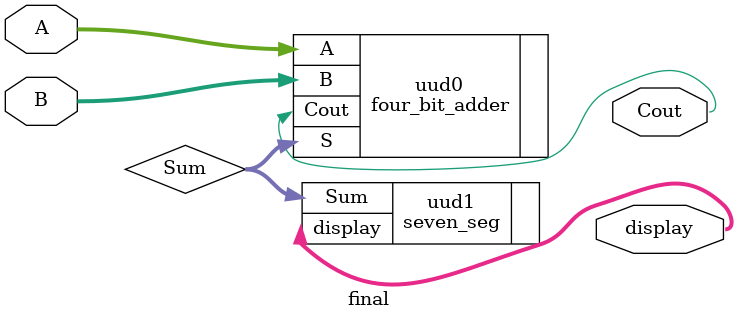
<source format=v>
`timescale 1ns / 1ps


module final(A, B, Cout, display);
    input [3:0] A, B;
    output Cout;
    output [6:0] display;
    wire [3:0] Sum;
    four_bit_adder uud0(.A(A), .B(B), .S(Sum), .Cout(Cout));
    seven_seg uud1(.Sum(Sum), .display(display));

endmodule

</source>
